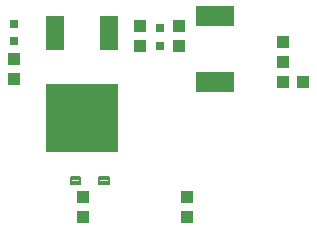
<source format=gbr>
G04 EAGLE Gerber RS-274X export*
G75*
%MOMM*%
%FSLAX34Y34*%
%LPD*%
%INSolderpaste Top*%
%IPPOS*%
%AMOC8*
5,1,8,0,0,1.08239X$1,22.5*%
G01*
%ADD10R,1.100000X1.000000*%
%ADD11R,0.800000X0.800000*%
%ADD12C,0.200000*%
%ADD13R,1.600000X3.000000*%
%ADD14R,6.200000X5.800000*%
%ADD15R,3.200000X1.800000*%


D10*
X491100Y321310D03*
X474100Y321310D03*
D11*
X246380Y355720D03*
X246380Y370720D03*
D10*
X392430Y224400D03*
X392430Y207400D03*
X246380Y341240D03*
X246380Y324240D03*
X473710Y338210D03*
X473710Y355210D03*
D12*
X302515Y235125D02*
X294515Y235125D01*
X294515Y241125D01*
X302515Y241125D01*
X302515Y235125D01*
X302515Y237025D02*
X294515Y237025D01*
X294515Y238925D02*
X302515Y238925D01*
X302515Y240825D02*
X294515Y240825D01*
X318515Y235125D02*
X326515Y235125D01*
X318515Y235125D02*
X318515Y241125D01*
X326515Y241125D01*
X326515Y235125D01*
X326515Y237025D02*
X318515Y237025D01*
X318515Y238925D02*
X326515Y238925D01*
X326515Y240825D02*
X318515Y240825D01*
D13*
X327025Y362630D03*
X281305Y362630D03*
D14*
X304165Y290830D03*
D15*
X416560Y321190D03*
X416560Y377190D03*
D10*
X386080Y352180D03*
X386080Y369180D03*
D11*
X369570Y351910D03*
X369570Y366910D03*
D10*
X304800Y207400D03*
X304800Y224400D03*
X353060Y369180D03*
X353060Y352180D03*
M02*

</source>
